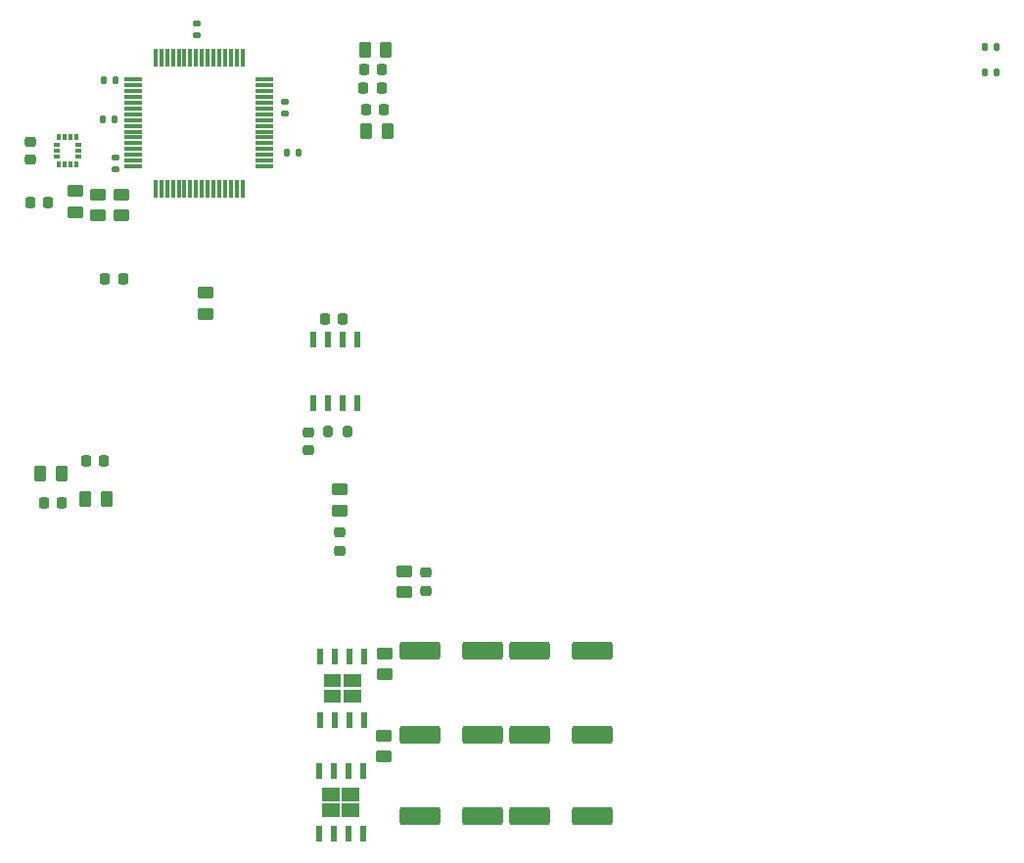
<source format=gtp>
G04 #@! TF.GenerationSoftware,KiCad,Pcbnew,7.0.8-7.0.8~ubuntu22.04.1*
G04 #@! TF.CreationDate,2023-11-03T15:42:22+01:00*
G04 #@! TF.ProjectId,hand,68616e64-2e6b-4696-9361-645f70636258,rev?*
G04 #@! TF.SameCoordinates,Original*
G04 #@! TF.FileFunction,Paste,Top*
G04 #@! TF.FilePolarity,Positive*
%FSLAX46Y46*%
G04 Gerber Fmt 4.6, Leading zero omitted, Abs format (unit mm)*
G04 Created by KiCad (PCBNEW 7.0.8-7.0.8~ubuntu22.04.1) date 2023-11-03 15:42:22*
%MOMM*%
%LPD*%
G01*
G04 APERTURE LIST*
G04 Aperture macros list*
%AMRoundRect*
0 Rectangle with rounded corners*
0 $1 Rounding radius*
0 $2 $3 $4 $5 $6 $7 $8 $9 X,Y pos of 4 corners*
0 Add a 4 corners polygon primitive as box body*
4,1,4,$2,$3,$4,$5,$6,$7,$8,$9,$2,$3,0*
0 Add four circle primitives for the rounded corners*
1,1,$1+$1,$2,$3*
1,1,$1+$1,$4,$5*
1,1,$1+$1,$6,$7*
1,1,$1+$1,$8,$9*
0 Add four rect primitives between the rounded corners*
20,1,$1+$1,$2,$3,$4,$5,0*
20,1,$1+$1,$4,$5,$6,$7,0*
20,1,$1+$1,$6,$7,$8,$9,0*
20,1,$1+$1,$8,$9,$2,$3,0*%
G04 Aperture macros list end*
%ADD10RoundRect,0.225000X-0.250000X0.225000X-0.250000X-0.225000X0.250000X-0.225000X0.250000X0.225000X0*%
%ADD11R,0.532600X1.454899*%
%ADD12RoundRect,0.250000X-0.450000X0.262500X-0.450000X-0.262500X0.450000X-0.262500X0.450000X0.262500X0*%
%ADD13RoundRect,0.250000X-1.500000X-0.550000X1.500000X-0.550000X1.500000X0.550000X-1.500000X0.550000X0*%
%ADD14RoundRect,0.225000X0.225000X0.250000X-0.225000X0.250000X-0.225000X-0.250000X0.225000X-0.250000X0*%
%ADD15RoundRect,0.135000X0.135000X0.185000X-0.135000X0.185000X-0.135000X-0.185000X0.135000X-0.185000X0*%
%ADD16RoundRect,0.250000X0.450000X-0.262500X0.450000X0.262500X-0.450000X0.262500X-0.450000X-0.262500X0*%
%ADD17RoundRect,0.250000X0.262500X0.450000X-0.262500X0.450000X-0.262500X-0.450000X0.262500X-0.450000X0*%
%ADD18RoundRect,0.135000X-0.135000X-0.185000X0.135000X-0.185000X0.135000X0.185000X-0.135000X0.185000X0*%
%ADD19RoundRect,0.218750X-0.218750X-0.256250X0.218750X-0.256250X0.218750X0.256250X-0.218750X0.256250X0*%
%ADD20RoundRect,0.250000X1.500000X0.550000X-1.500000X0.550000X-1.500000X-0.550000X1.500000X-0.550000X0*%
%ADD21RoundRect,0.135000X-0.185000X0.135000X-0.185000X-0.135000X0.185000X-0.135000X0.185000X0.135000X0*%
%ADD22R,0.558800X1.460500*%
%ADD23R,0.351536X0.576580*%
%ADD24R,0.576580X0.351536*%
%ADD25RoundRect,0.250000X-0.262500X-0.450000X0.262500X-0.450000X0.262500X0.450000X-0.262500X0.450000X0*%
%ADD26RoundRect,0.218750X0.256250X-0.218750X0.256250X0.218750X-0.256250X0.218750X-0.256250X-0.218750X0*%
%ADD27RoundRect,0.225000X-0.225000X-0.250000X0.225000X-0.250000X0.225000X0.250000X-0.225000X0.250000X0*%
%ADD28RoundRect,0.135000X0.185000X-0.135000X0.185000X0.135000X-0.185000X0.135000X-0.185000X-0.135000X0*%
%ADD29RoundRect,0.075000X0.700000X0.075000X-0.700000X0.075000X-0.700000X-0.075000X0.700000X-0.075000X0*%
%ADD30RoundRect,0.075000X0.075000X0.700000X-0.075000X0.700000X-0.075000X-0.700000X0.075000X-0.700000X0*%
%ADD31RoundRect,0.200000X-0.200000X-0.275000X0.200000X-0.275000X0.200000X0.275000X-0.200000X0.275000X0*%
G04 APERTURE END LIST*
G36*
X176101800Y-91700000D02*
G01*
X174600000Y-91700000D01*
X174600000Y-90541100D01*
X176101800Y-90541100D01*
X176101800Y-91700000D01*
G37*
G36*
X174400000Y-91700000D02*
G01*
X172898200Y-91700000D01*
X172898200Y-90541100D01*
X174400000Y-90541100D01*
X174400000Y-91700000D01*
G37*
G36*
X176101800Y-93058900D02*
G01*
X174600000Y-93058900D01*
X174600000Y-91900000D01*
X176101800Y-91900000D01*
X176101800Y-93058900D01*
G37*
G36*
X174400000Y-93058900D02*
G01*
X172898200Y-93058900D01*
X172898200Y-91900000D01*
X174400000Y-91900000D01*
X174400000Y-93058900D01*
G37*
G36*
X176221800Y-81824150D02*
G01*
X174720000Y-81824150D01*
X174720000Y-80665250D01*
X176221800Y-80665250D01*
X176221800Y-81824150D01*
G37*
G36*
X174520000Y-81824150D02*
G01*
X173018200Y-81824150D01*
X173018200Y-80665250D01*
X174520000Y-80665250D01*
X174520000Y-81824150D01*
G37*
G36*
X176221800Y-83183050D02*
G01*
X174720000Y-83183050D01*
X174720000Y-82024150D01*
X176221800Y-82024150D01*
X176221800Y-83183050D01*
G37*
G36*
X174520000Y-83183050D02*
G01*
X173018200Y-83183050D01*
X173018200Y-82024150D01*
X174520000Y-82024150D01*
X174520000Y-83183050D01*
G37*
D10*
X171725000Y-59750000D03*
X171725000Y-61300000D03*
D11*
X175930000Y-51778652D03*
X174660000Y-51778652D03*
X173390000Y-51778652D03*
X172120000Y-51778652D03*
X172120000Y-57221348D03*
X173390000Y-57221348D03*
X174660000Y-57221348D03*
X175930000Y-57221348D03*
D12*
X180025000Y-71787500D03*
X180025000Y-73612500D03*
D13*
X190825000Y-85900000D03*
X196225000Y-85900000D03*
D14*
X149175000Y-39900000D03*
X147625000Y-39900000D03*
D15*
X231210000Y-28600000D03*
X230190000Y-28600000D03*
D16*
X178200000Y-87812500D03*
X178200000Y-85987500D03*
X155500000Y-41012500D03*
X155500000Y-39187500D03*
D17*
X178412500Y-26700000D03*
X176587500Y-26700000D03*
D18*
X153890000Y-32700000D03*
X154910000Y-32700000D03*
D12*
X178325000Y-78887500D03*
X178325000Y-80712500D03*
D19*
X148812500Y-65900000D03*
X150387500Y-65900000D03*
D20*
X186725000Y-78700000D03*
X181325000Y-78700000D03*
D21*
X162000000Y-24390000D03*
X162000000Y-25410000D03*
D12*
X174425000Y-64700000D03*
X174425000Y-66525000D03*
D20*
X186725000Y-93000000D03*
X181325000Y-93000000D03*
D18*
X230190000Y-26400000D03*
X231210000Y-26400000D03*
D16*
X153500000Y-41012500D03*
X153500000Y-39187500D03*
D22*
X176405000Y-89075850D03*
X175135000Y-89075850D03*
X173865000Y-89075850D03*
X172595000Y-89075850D03*
X172595000Y-94524150D03*
X173865000Y-94524150D03*
X175135000Y-94524150D03*
X176405000Y-94524150D03*
D10*
X181825000Y-71925000D03*
X181825000Y-73475000D03*
D22*
X176525000Y-79200000D03*
X175255000Y-79200000D03*
X173985000Y-79200000D03*
X172715000Y-79200000D03*
X172715000Y-84648300D03*
X173985000Y-84648300D03*
X175255000Y-84648300D03*
X176525000Y-84648300D03*
D23*
X151600000Y-34179400D03*
X151099999Y-34179400D03*
X150599999Y-34179400D03*
X150099998Y-34179400D03*
D24*
X149893699Y-34889701D03*
X149893699Y-35389700D03*
X149893699Y-35889699D03*
D23*
X150099998Y-36600000D03*
X150599999Y-36600000D03*
X151099999Y-36600000D03*
X151600000Y-36600000D03*
D24*
X151806299Y-35889699D03*
X151806299Y-35389700D03*
X151806299Y-34889701D03*
D25*
X152412500Y-65500000D03*
X154237500Y-65500000D03*
D20*
X186725000Y-85900000D03*
X181325000Y-85900000D03*
D26*
X174425000Y-69987500D03*
X174425000Y-68412500D03*
D25*
X176700000Y-33700000D03*
X178525000Y-33700000D03*
D21*
X169625000Y-31190000D03*
X169625000Y-32210000D03*
D27*
X176650000Y-31800000D03*
X178200000Y-31800000D03*
D19*
X154112500Y-46500000D03*
X155687500Y-46500000D03*
D15*
X170810000Y-35600000D03*
X169790000Y-35600000D03*
D18*
X153990000Y-29300000D03*
X155010000Y-29300000D03*
D28*
X155000000Y-37010000D03*
X155000000Y-35990000D03*
D27*
X173125000Y-50000000D03*
X174675000Y-50000000D03*
D14*
X178075000Y-28400000D03*
X176525000Y-28400000D03*
D10*
X147600000Y-34625000D03*
X147600000Y-36175000D03*
D29*
X167900000Y-36750000D03*
X167900000Y-36250000D03*
X167900000Y-35750000D03*
X167900000Y-35250000D03*
X167900000Y-34750000D03*
X167900000Y-34250000D03*
X167900000Y-33750000D03*
X167900000Y-33250000D03*
X167900000Y-32750000D03*
X167900000Y-32250000D03*
X167900000Y-31750000D03*
X167900000Y-31250000D03*
X167900000Y-30750000D03*
X167900000Y-30250000D03*
X167900000Y-29750000D03*
X167900000Y-29250000D03*
D30*
X165975000Y-27325000D03*
X165475000Y-27325000D03*
X164975000Y-27325000D03*
X164475000Y-27325000D03*
X163975000Y-27325000D03*
X163475000Y-27325000D03*
X162975000Y-27325000D03*
X162475000Y-27325000D03*
X161975000Y-27325000D03*
X161475000Y-27325000D03*
X160975000Y-27325000D03*
X160475000Y-27325000D03*
X159975000Y-27325000D03*
X159475000Y-27325000D03*
X158975000Y-27325000D03*
X158475000Y-27325000D03*
D29*
X156550000Y-29250000D03*
X156550000Y-29750000D03*
X156550000Y-30250000D03*
X156550000Y-30750000D03*
X156550000Y-31250000D03*
X156550000Y-31750000D03*
X156550000Y-32250000D03*
X156550000Y-32750000D03*
X156550000Y-33250000D03*
X156550000Y-33750000D03*
X156550000Y-34250000D03*
X156550000Y-34750000D03*
X156550000Y-35250000D03*
X156550000Y-35750000D03*
X156550000Y-36250000D03*
X156550000Y-36750000D03*
D30*
X158475000Y-38675000D03*
X158975000Y-38675000D03*
X159475000Y-38675000D03*
X159975000Y-38675000D03*
X160475000Y-38675000D03*
X160975000Y-38675000D03*
X161475000Y-38675000D03*
X161975000Y-38675000D03*
X162475000Y-38675000D03*
X162975000Y-38675000D03*
X163475000Y-38675000D03*
X163975000Y-38675000D03*
X164475000Y-38675000D03*
X164975000Y-38675000D03*
X165475000Y-38675000D03*
X165975000Y-38675000D03*
D27*
X152450000Y-62200000D03*
X154000000Y-62200000D03*
D16*
X162800000Y-49512500D03*
X162800000Y-47687500D03*
D31*
X173400000Y-59700000D03*
X175050000Y-59700000D03*
D13*
X190825000Y-93000000D03*
X196225000Y-93000000D03*
D16*
X151500000Y-40712500D03*
X151500000Y-38887500D03*
D27*
X176450000Y-30000000D03*
X178000000Y-30000000D03*
D17*
X150312500Y-63300000D03*
X148487500Y-63300000D03*
D13*
X190825000Y-78700000D03*
X196225000Y-78700000D03*
M02*

</source>
